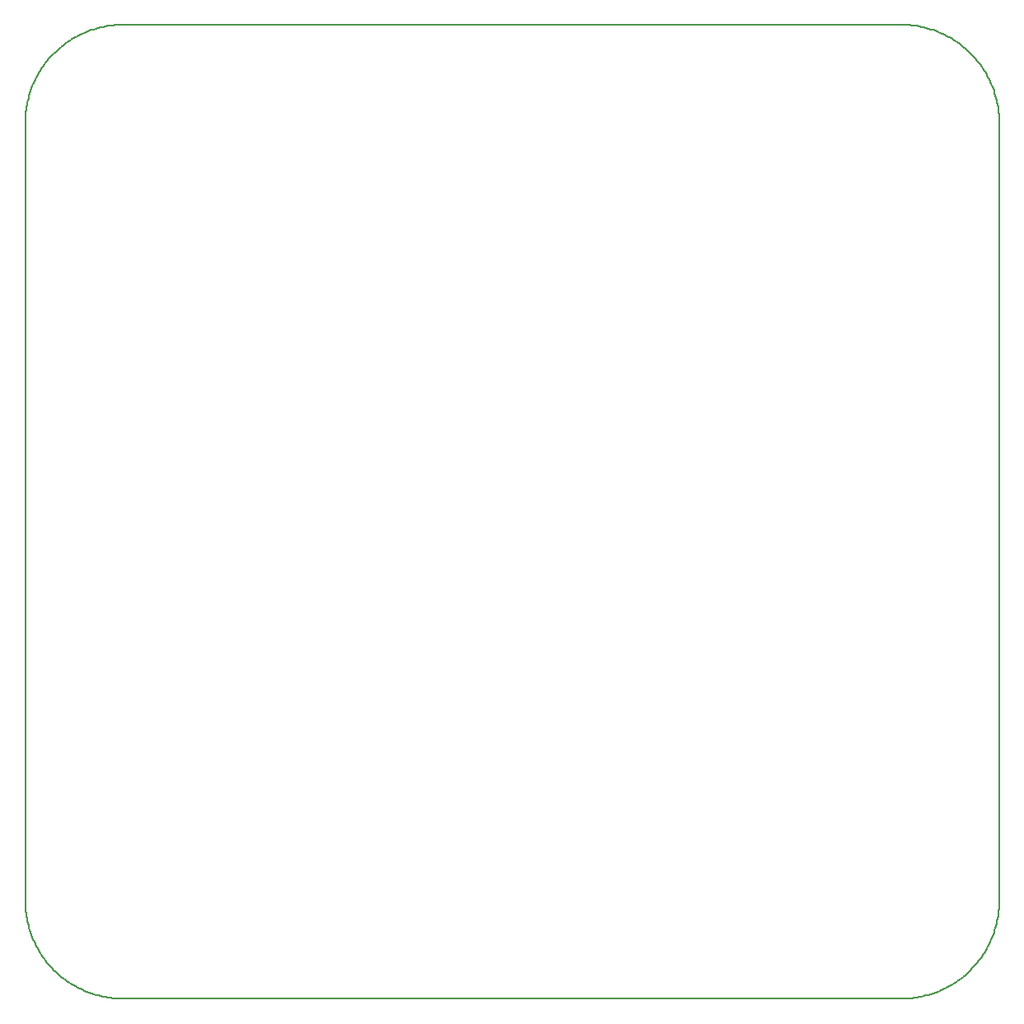
<source format=gm1>
G04*
G04 #@! TF.GenerationSoftware,Altium Limited,Altium Designer,21.0.9 (235)*
G04*
G04 Layer_Color=16711935*
%FSLAX25Y25*%
%MOIN*%
G70*
G04*
G04 #@! TF.SameCoordinates,D8BD6BA4-3444-481E-B6E4-69F3699672C9*
G04*
G04*
G04 #@! TF.FilePolarity,Positive*
G04*
G01*
G75*
%ADD11C,0.00787*%
D11*
X118110Y118110D02*
X118123Y117113D01*
X118161Y116116D01*
X118224Y115121D01*
X118312Y114127D01*
X118426Y113136D01*
X118564Y112148D01*
X118728Y111165D01*
X118916Y110185D01*
X119129Y109211D01*
X119367Y108242D01*
X119629Y107280D01*
X119916Y106324D01*
X120226Y105376D01*
X120561Y104437D01*
X120919Y103506D01*
X121301Y102584D01*
X121706Y101673D01*
X122134Y100772D01*
X122584Y99882D01*
X123057Y99004D01*
X123552Y98138D01*
X124069Y97285D01*
X124607Y96445D01*
X125167Y95619D01*
X125747Y94808D01*
X126347Y94012D01*
X126968Y93231D01*
X127608Y92466D01*
X128267Y91717D01*
X128945Y90986D01*
X129641Y90271D01*
X130356Y89575D01*
X131087Y88897D01*
X131836Y88238D01*
X132601Y87598D01*
X133382Y86977D01*
X134178Y86377D01*
X134990Y85797D01*
X135815Y85237D01*
X136655Y84699D01*
X137508Y84182D01*
X138374Y83687D01*
X139252Y83214D01*
X140142Y82764D01*
X141043Y82336D01*
X141955Y81931D01*
X142876Y81549D01*
X143807Y81191D01*
X144747Y80856D01*
X145694Y80546D01*
X146650Y80259D01*
X147612Y79997D01*
X148581Y79759D01*
X149555Y79546D01*
X150535Y79358D01*
X151519Y79194D01*
X152506Y79056D01*
X153497Y78942D01*
X154491Y78854D01*
X155486Y78791D01*
X156483Y78753D01*
X157480Y78740D01*
X472441Y78740D02*
X473438Y78753D01*
X474435Y78791D01*
X475430Y78854D01*
X476424Y78942D01*
X477415Y79056D01*
X478403Y79194D01*
X479387Y79358D01*
X480366Y79546D01*
X481340Y79759D01*
X482309Y79997D01*
X483271Y80259D01*
X484227Y80546D01*
X485175Y80856D01*
X486114Y81191D01*
X487045Y81549D01*
X487967Y81931D01*
X488878Y82336D01*
X489779Y82763D01*
X490669Y83214D01*
X491547Y83687D01*
X492413Y84182D01*
X493266Y84699D01*
X494106Y85237D01*
X494932Y85797D01*
X495743Y86377D01*
X496539Y86977D01*
X497320Y87598D01*
X498085Y88238D01*
X498834Y88897D01*
X499565Y89575D01*
X500280Y90271D01*
X500976Y90985D01*
X501654Y91717D01*
X502313Y92465D01*
X502953Y93230D01*
X503574Y94011D01*
X504174Y94808D01*
X504754Y95619D01*
X505314Y96445D01*
X505852Y97285D01*
X506369Y98138D01*
X506864Y99003D01*
X507337Y99882D01*
X507787Y100771D01*
X508215Y101672D01*
X508620Y102584D01*
X509002Y103506D01*
X509360Y104436D01*
X509695Y105376D01*
X510005Y106324D01*
X510292Y107279D01*
X510554Y108242D01*
X510792Y109210D01*
X511005Y110185D01*
X511193Y111164D01*
X511357Y112148D01*
X511495Y113136D01*
X511609Y114127D01*
X511697Y115120D01*
X511761Y116116D01*
X511798Y117112D01*
X511811Y118110D01*
Y433071D02*
X511798Y434068D01*
X511761Y435065D01*
X511697Y436060D01*
X511609Y437054D01*
X511496Y438045D01*
X511357Y439033D01*
X511194Y440017D01*
X511005Y440996D01*
X510792Y441970D01*
X510554Y442939D01*
X510292Y443901D01*
X510006Y444857D01*
X509695Y445805D01*
X509360Y446744D01*
X509002Y447675D01*
X508620Y448597D01*
X508216Y449508D01*
X507788Y450409D01*
X507337Y451299D01*
X506864Y452177D01*
X506369Y453043D01*
X505852Y453896D01*
X505314Y454736D01*
X504754Y455562D01*
X504174Y456373D01*
X503574Y457169D01*
X502953Y457950D01*
X502313Y458715D01*
X501654Y459464D01*
X500976Y460196D01*
X500280Y460910D01*
X499566Y461606D01*
X498834Y462284D01*
X498085Y462943D01*
X497321Y463583D01*
X496540Y464204D01*
X495743Y464804D01*
X494932Y465384D01*
X494106Y465944D01*
X493266Y466482D01*
X492413Y466999D01*
X491547Y467494D01*
X490669Y467967D01*
X489779Y468418D01*
X488878Y468845D01*
X487967Y469250D01*
X487045Y469632D01*
X486114Y469990D01*
X485175Y470325D01*
X484227Y470635D01*
X483272Y470922D01*
X482309Y471184D01*
X481340Y471422D01*
X480366Y471635D01*
X479387Y471823D01*
X478403Y471987D01*
X477415Y472125D01*
X476424Y472239D01*
X475430Y472327D01*
X474435Y472390D01*
X473438Y472428D01*
X472441Y472441D01*
X157480Y472441D02*
X156483Y472428D01*
X155486Y472390D01*
X154491Y472327D01*
X153497Y472239D01*
X152506Y472125D01*
X151519Y471987D01*
X150535Y471823D01*
X149555Y471635D01*
X148581Y471422D01*
X147612Y471184D01*
X146650Y470922D01*
X145694Y470635D01*
X144746Y470325D01*
X143807Y469990D01*
X142876Y469632D01*
X141955Y469250D01*
X141043Y468845D01*
X140142Y468418D01*
X139252Y467967D01*
X138374Y467494D01*
X137508Y466999D01*
X136655Y466482D01*
X135815Y465944D01*
X134989Y465384D01*
X134178Y464804D01*
X133382Y464204D01*
X132601Y463583D01*
X131836Y462943D01*
X131087Y462284D01*
X130356Y461606D01*
X129641Y460910D01*
X128945Y460195D01*
X128267Y459464D01*
X127608Y458715D01*
X126968Y457950D01*
X126347Y457169D01*
X125747Y456373D01*
X125167Y455562D01*
X124607Y454736D01*
X124069Y453896D01*
X123552Y453043D01*
X123057Y452177D01*
X122584Y451299D01*
X122134Y450409D01*
X121706Y449508D01*
X121301Y448597D01*
X120919Y447675D01*
X120561Y446744D01*
X120226Y445805D01*
X119916Y444857D01*
X119629Y443901D01*
X119367Y442939D01*
X119129Y441970D01*
X118916Y440996D01*
X118728Y440017D01*
X118564Y439033D01*
X118426Y438045D01*
X118312Y437054D01*
X118224Y436060D01*
X118161Y435065D01*
X118123Y434068D01*
X118110Y433071D01*
X157480Y78740D02*
X157480Y78740D01*
X472441D01*
X511811Y118110D02*
Y433071D01*
X472441Y472441D02*
X472441Y472441D01*
X157480Y472441D02*
X472441D01*
X118110Y118110D02*
Y433071D01*
M02*

</source>
